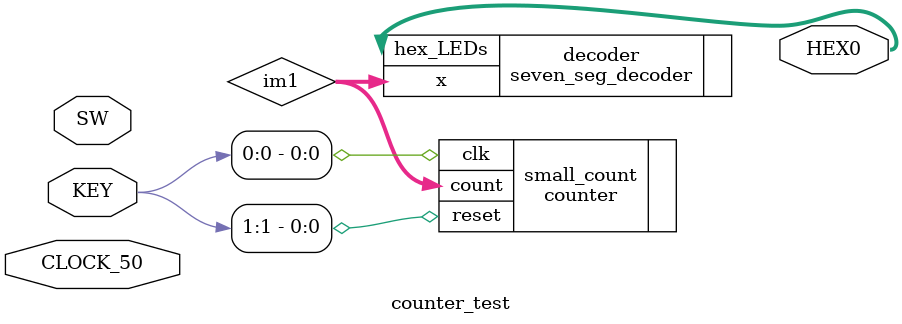
<source format=v>
module counter_test (
	input 			CLOCK_50,
	input  [3:0]	SW,
	input  [3:0] 	KEY,
	output [6:0]	HEX0
);

	wire [3:0]		im1;


counter small_count (
	.clk(KEY[0]),
	.reset(KEY[1]),
	.count(im1)
);

seven_seg_decoder decoder (
	.x(im1),
	.hex_LEDs(HEX0)
);

endmodule

</source>
